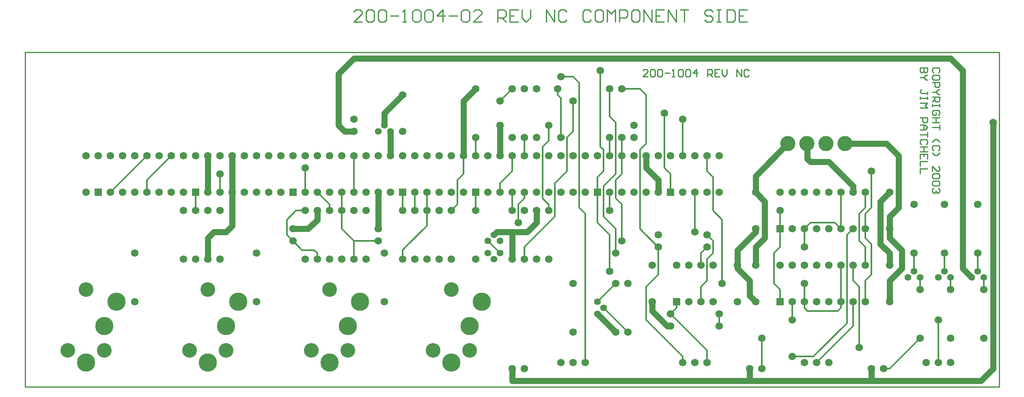
<source format=gtl>
*%FSLAX23Y23*%
*%MOIN*%
G01*
%ADD11C,0.007*%
%ADD12C,0.008*%
%ADD13C,0.010*%
%ADD14C,0.012*%
%ADD15C,0.020*%
%ADD16C,0.032*%
%ADD17C,0.036*%
%ADD18C,0.050*%
%ADD19C,0.052*%
%ADD20C,0.055*%
%ADD21C,0.056*%
%ADD22C,0.060*%
%ADD23C,0.061*%
%ADD24C,0.062*%
%ADD25C,0.066*%
%ADD26C,0.068*%
%ADD27C,0.070*%
%ADD28C,0.080*%
%ADD29C,0.090*%
%ADD30C,0.095*%
%ADD31C,0.115*%
%ADD32C,0.120*%
%ADD33C,0.125*%
%ADD34C,0.126*%
%ADD35C,0.131*%
%ADD36C,0.150*%
%ADD37C,0.156*%
%ADD38R,0.062X0.062*%
%ADD39R,0.068X0.068*%
D13*
X8901Y9464D02*
X8968D01*
X8901D02*
X8968Y9531D01*
Y9547D01*
X8951Y9564D01*
X8918D01*
X8901Y9547D01*
X9001D02*
X9018Y9564D01*
X9051D01*
X9068Y9547D01*
Y9481D01*
X9051Y9464D01*
X9018D01*
X9001Y9481D01*
Y9547D01*
X9101D02*
X9118Y9564D01*
X9151D01*
X9168Y9547D01*
Y9481D01*
X9151Y9464D01*
X9118D01*
X9101Y9481D01*
Y9547D01*
X9201Y9514D02*
X9268D01*
X9301Y9464D02*
X9334D01*
X9318D01*
Y9564D01*
X9319D01*
X9318D02*
X9301Y9547D01*
X9384D02*
X9401Y9564D01*
X9434D01*
X9451Y9547D01*
Y9481D01*
X9434Y9464D01*
X9401D01*
X9384Y9481D01*
Y9547D01*
X9484D02*
X9501Y9564D01*
X9534D01*
X9551Y9547D01*
Y9481D01*
X9534Y9464D01*
X9501D01*
X9484Y9481D01*
Y9547D01*
X9634Y9564D02*
Y9464D01*
X9584Y9514D02*
X9634Y9564D01*
X9651Y9514D02*
X9584D01*
X9684D02*
X9751D01*
X9784Y9547D02*
X9801Y9564D01*
X9834D01*
X9851Y9547D01*
Y9481D01*
X9834Y9464D01*
X9801D01*
X9784Y9481D01*
Y9547D01*
X9884Y9464D02*
X9951D01*
X9884D02*
X9951Y9531D01*
Y9547D01*
X9934Y9564D01*
X9901D01*
X9884Y9547D01*
X10084Y9564D02*
Y9464D01*
Y9564D02*
X10134D01*
X10151Y9547D01*
Y9514D01*
X10134Y9497D01*
X10084D01*
X10117D02*
X10151Y9464D01*
X10184Y9564D02*
X10251D01*
X10184D02*
Y9464D01*
X10251D01*
X10217Y9514D02*
X10184D01*
X10284Y9497D02*
Y9564D01*
Y9497D02*
X10317Y9464D01*
X10351Y9497D01*
Y9564D01*
X10484D02*
Y9464D01*
X10550D02*
X10484Y9564D01*
X10550D02*
Y9464D01*
X10650Y9547D02*
X10634Y9564D01*
X10600D01*
X10584Y9547D01*
Y9481D01*
X10600Y9464D01*
X10634D01*
X10650Y9481D01*
X10834Y9564D02*
X10850Y9547D01*
X10834Y9564D02*
X10800D01*
X10784Y9547D01*
Y9481D01*
X10800Y9464D01*
X10834D01*
X10850Y9481D01*
X10900Y9564D02*
X10934D01*
X10900D02*
X10884Y9547D01*
Y9481D01*
X10900Y9464D01*
X10934D01*
X10950Y9481D01*
Y9547D01*
X10934Y9564D01*
X10984D02*
Y9464D01*
X11017Y9531D02*
X10984Y9564D01*
X11017Y9531D02*
X11050Y9564D01*
Y9464D01*
X11084D02*
Y9564D01*
X11134D01*
X11150Y9547D01*
Y9514D01*
X11134Y9497D01*
X11084D01*
X11200Y9564D02*
X11234D01*
X11200D02*
X11184Y9547D01*
Y9481D01*
X11200Y9464D01*
X11234D01*
X11250Y9481D01*
Y9547D01*
X11234Y9564D01*
X11284D02*
Y9464D01*
X11350D02*
X11284Y9564D01*
X11350D02*
Y9464D01*
X11384Y9564D02*
X11450D01*
X11384D02*
Y9464D01*
X11450D01*
X11417Y9514D02*
X11384D01*
X11483Y9464D02*
Y9564D01*
X11550Y9464D01*
Y9564D01*
X11583D02*
X11650D01*
X11617D01*
Y9464D01*
X11833Y9564D02*
X11850Y9547D01*
X11833Y9564D02*
X11800D01*
X11783Y9547D01*
Y9531D01*
X11800Y9514D01*
X11833D01*
X11850Y9497D01*
Y9481D01*
X11833Y9464D01*
X11800D01*
X11783Y9481D01*
X11883Y9564D02*
X11917D01*
X11900D01*
Y9464D01*
X11883D01*
X11917D01*
X11967D02*
Y9564D01*
Y9464D02*
X12017D01*
X12033Y9481D01*
Y9547D01*
X12017Y9564D01*
X11967D01*
X12067D02*
X12133D01*
X12067D02*
Y9464D01*
X12133D01*
X12100Y9514D02*
X12067D01*
X11316Y9014D02*
X11276D01*
X11316Y9054D01*
Y9064D01*
X11306Y9074D01*
X11286D01*
X11276Y9064D01*
X11336D02*
X11346Y9074D01*
X11366D01*
X11376Y9064D01*
Y9024D01*
X11366Y9014D01*
X11346D01*
X11336Y9024D01*
Y9064D01*
X11396D02*
X11406Y9074D01*
X11426D01*
X11436Y9064D01*
Y9024D01*
X11426Y9014D01*
X11406D01*
X11396Y9024D01*
Y9064D01*
X11456Y9044D02*
X11496D01*
X11516Y9014D02*
X11536D01*
X11526D01*
Y9074D01*
X11527D01*
X11526D02*
X11516Y9064D01*
X11566D02*
X11576Y9074D01*
X11596D01*
X11606Y9064D01*
Y9024D01*
X11596Y9014D01*
X11576D01*
X11566Y9024D01*
Y9064D01*
X11626D02*
X11636Y9074D01*
X11656D01*
X11666Y9064D01*
Y9024D01*
X11656Y9014D01*
X11636D01*
X11626Y9024D01*
Y9064D01*
X11716Y9074D02*
Y9014D01*
X11686Y9044D02*
X11716Y9074D01*
X11726Y9044D02*
X11686D01*
X11806Y9014D02*
Y9074D01*
X11836D01*
X11846Y9064D01*
Y9044D01*
X11836Y9034D01*
X11806D01*
X11826D02*
X11846Y9014D01*
X11866Y9074D02*
X11906D01*
X11866D02*
Y9014D01*
X11906D01*
X11886Y9044D02*
X11866D01*
X11926Y9034D02*
Y9074D01*
Y9034D02*
X11946Y9014D01*
X11966Y9034D01*
Y9074D01*
X12046D02*
Y9014D01*
X12086D02*
X12046Y9074D01*
X12086D02*
Y9014D01*
X12146Y9064D02*
X12136Y9074D01*
X12116D01*
X12106Y9064D01*
Y9024D01*
X12116Y9014D01*
X12136D01*
X12146Y9024D01*
X13701Y9049D02*
X13711Y9059D01*
Y9079D01*
X13701Y9089D01*
X13661D01*
X13651Y9079D01*
Y9059D01*
X13661Y9049D01*
X13711Y9019D02*
Y8999D01*
Y9019D02*
X13701Y9029D01*
X13661D01*
X13651Y9019D01*
Y8999D01*
X13661Y8989D01*
X13701D01*
X13711Y8999D01*
Y8969D02*
X13651D01*
X13711D02*
Y8939D01*
X13701Y8929D01*
X13681D01*
X13671Y8939D01*
Y8969D01*
X13701Y8909D02*
X13711D01*
X13701D02*
X13681Y8889D01*
X13701Y8869D01*
X13711D01*
X13681Y8889D02*
X13651D01*
Y8849D02*
X13711D01*
Y8819D01*
X13701Y8809D01*
X13681D01*
X13671Y8819D01*
Y8849D01*
Y8829D02*
X13651Y8809D01*
X13711Y8789D02*
Y8769D01*
Y8779D01*
X13651D01*
Y8789D01*
Y8769D01*
X13711Y8709D02*
X13701Y8699D01*
X13711Y8709D02*
Y8729D01*
X13701Y8739D01*
X13661D01*
X13651Y8729D01*
Y8709D01*
X13661Y8699D01*
X13681D01*
Y8719D01*
X13711Y8679D02*
X13651D01*
X13681D01*
Y8639D01*
X13711D01*
X13651D01*
X13711Y8619D02*
Y8579D01*
Y8599D01*
X13651D01*
X13671Y8499D02*
X13651Y8479D01*
X13671Y8499D02*
X13691D01*
X13711Y8479D01*
Y8419D02*
X13701Y8409D01*
X13711Y8419D02*
Y8439D01*
X13701Y8449D01*
X13661D01*
X13651Y8439D01*
Y8419D01*
X13661Y8409D01*
X13651Y8389D02*
X13671Y8369D01*
X13691D01*
X13711Y8389D01*
X13651Y8279D02*
Y8239D01*
Y8279D02*
X13691Y8239D01*
X13701D01*
X13711Y8249D01*
Y8269D01*
X13701Y8279D01*
Y8219D02*
X13711Y8209D01*
Y8189D01*
X13701Y8179D01*
X13661D01*
X13651Y8189D01*
Y8209D01*
X13661Y8219D01*
X13701D01*
Y8159D02*
X13711Y8149D01*
Y8129D01*
X13701Y8119D01*
X13661D01*
X13651Y8129D01*
Y8149D01*
X13661Y8159D01*
X13701D01*
Y8099D02*
X13711Y8089D01*
Y8069D01*
X13701Y8059D01*
X13691D01*
X13692D01*
X13691D02*
X13692D01*
X13691D02*
X13692D01*
X13691D02*
X13681Y8069D01*
Y8079D01*
Y8069D01*
X13671Y8059D01*
X13661D01*
X13651Y8069D01*
Y8089D01*
X13661Y8099D01*
X13611Y9089D02*
X13551D01*
Y9059D01*
X13561Y9049D01*
X13571D01*
X13581Y9059D01*
Y9089D01*
X13582D01*
X13581D02*
X13582D01*
X13581D02*
X13582D01*
X13581D02*
Y9059D01*
X13591Y9049D01*
X13601D01*
X13611Y9059D01*
Y9089D01*
Y9029D02*
X13601D01*
X13581Y9009D01*
X13601Y8989D01*
X13611D01*
X13581Y9009D02*
X13551D01*
X13611Y8889D02*
Y8869D01*
Y8879D02*
Y8889D01*
Y8879D02*
X13561D01*
X13551Y8889D01*
Y8899D01*
X13561Y8909D01*
X13611Y8849D02*
Y8829D01*
Y8839D01*
X13551D01*
Y8849D01*
Y8829D01*
Y8799D02*
X13611D01*
X13591Y8779D01*
X13611Y8759D01*
X13551D01*
Y8679D02*
X13611D01*
Y8649D01*
X13601Y8639D01*
X13581D01*
X13571Y8649D01*
Y8679D01*
X13551Y8619D02*
X13591D01*
X13611Y8599D01*
X13591Y8579D01*
X13551D01*
X13581D01*
Y8619D01*
X13611Y8559D02*
Y8519D01*
Y8539D01*
X13551D01*
X13611Y8469D02*
X13601Y8459D01*
X13611Y8469D02*
Y8489D01*
X13601Y8499D01*
X13561D01*
X13551Y8489D01*
Y8469D01*
X13561Y8459D01*
X13551Y8439D02*
X13611D01*
X13581D02*
X13551D01*
X13581D02*
Y8399D01*
X13611D01*
X13551D01*
X13611Y8379D02*
Y8339D01*
Y8379D02*
X13551D01*
Y8339D01*
X13581Y8359D02*
Y8379D01*
X13611Y8319D02*
X13551D01*
Y8279D01*
Y8259D02*
X13611D01*
X13551D02*
Y8219D01*
X14201Y9214D02*
X6201D01*
Y6464D02*
X14201D01*
Y9214D01*
X6201D02*
Y6464D01*
D14*
X7201Y8164D02*
X7401Y8364D01*
X13301Y6614D02*
X13551Y6864D01*
X11051Y7314D02*
X10901Y7164D01*
X10301Y7614D02*
X10551Y7864D01*
X9501Y7789D02*
X9326Y7614D01*
X7201Y8364D02*
X7001Y8164D01*
X12701Y6664D02*
X13001Y6964D01*
X12951Y6989D02*
X12676Y6714D01*
X11151Y6914D02*
X10951Y7114D01*
X11501Y7064D02*
X11801Y6764D01*
X11601Y6714D02*
X11301Y7014D01*
X11401Y7614D02*
X11276Y7739D01*
X13251Y6614D02*
X13301D01*
X12676Y6714D02*
X12501D01*
X12626Y7089D02*
X12876D01*
X8551Y7589D02*
X8476D01*
X8551D02*
X8576D01*
X8901Y7664D02*
X9101D01*
X8501Y7914D02*
X8426D01*
X12651Y7814D02*
X12851D01*
X7001Y8164D02*
X6901Y8064D01*
X7201D02*
Y8164D01*
X11101Y8914D02*
X11251D01*
X7601Y8064D02*
Y7914D01*
X10601Y9014D02*
X10701D01*
X7801Y8214D02*
Y8064D01*
X8351Y7839D02*
Y7714D01*
X8501Y8064D02*
Y8264D01*
X8426Y7914D02*
X8351Y7839D01*
Y7714D02*
X8401Y7664D01*
X8476Y7589D01*
X8701Y7914D02*
Y7964D01*
X8601Y7564D02*
Y7514D01*
X8701Y7964D02*
X8601Y8064D01*
X8576Y7589D02*
X8601Y7564D01*
X8801Y7914D02*
Y8064D01*
Y7914D02*
Y7764D01*
X8901Y7664D01*
Y8064D02*
Y8364D01*
Y7664D02*
Y7514D01*
X9401Y7914D02*
Y8064D01*
X9301D02*
Y7914D01*
Y7589D02*
Y7514D01*
Y7589D02*
X9326Y7614D01*
X9501Y7914D02*
Y8064D01*
Y7914D02*
Y7789D01*
X9751Y7964D02*
Y8164D01*
X9801Y8214D02*
Y8364D01*
X9751Y7964D02*
X9701Y7914D01*
X9751Y8164D02*
X9801Y8214D01*
X9901Y8364D02*
Y8514D01*
Y8064D02*
Y7914D01*
X10001Y7664D02*
X10101Y7564D01*
X10201Y7914D02*
Y8064D01*
X10101D02*
Y8139D01*
X10201Y8239D02*
Y8364D01*
X10251Y7964D02*
Y7814D01*
X10101Y8814D02*
X10201Y8914D01*
Y8239D02*
X10101Y8139D01*
X10251Y7964D02*
X10301Y8014D01*
Y8364D02*
Y8514D01*
Y7614D02*
Y7514D01*
Y8014D02*
Y8064D01*
X10451Y8014D02*
Y8439D01*
X10501Y8489D01*
X10451Y8014D02*
X10476Y7989D01*
X10576Y8864D02*
Y8914D01*
X10601Y8839D02*
Y8514D01*
X10651D02*
Y8239D01*
X10551Y8139D02*
Y7864D01*
X10501Y8489D02*
Y8614D01*
Y7964D02*
Y7914D01*
X10651Y8514D02*
X10701Y8564D01*
X10651Y8239D02*
X10551Y8139D01*
X10601Y8839D02*
X10576Y8864D01*
X10476Y7989D02*
X10501Y7964D01*
X10701Y8564D02*
Y8814D01*
X10751Y8964D02*
Y7939D01*
X10801Y7889D02*
Y6664D01*
Y7889D02*
X10751Y7939D01*
Y8964D02*
X10701Y9014D01*
X11001Y8064D02*
Y7914D01*
Y8364D02*
Y8514D01*
X10926Y8439D02*
Y9064D01*
X10951Y8414D02*
Y8239D01*
X10901Y8064D02*
Y7814D01*
Y8064D02*
Y8189D01*
X10951Y8114D02*
Y7864D01*
X11001Y8689D02*
Y8914D01*
Y7714D02*
Y7414D01*
X10901Y8189D02*
X10951Y8239D01*
X11051Y8214D02*
X10951Y8114D01*
X10901Y7814D02*
X11001Y7714D01*
X10951Y8414D02*
X10926Y8439D01*
X11051Y8639D02*
X11001Y8689D01*
X10951Y7864D02*
X11051Y7764D01*
X11101Y7664D02*
Y7964D01*
X11051Y8014D02*
Y8164D01*
X11101Y8364D02*
Y8514D01*
Y8364D02*
Y8214D01*
X11051D02*
Y8639D01*
Y7764D02*
Y7564D01*
Y8164D02*
X11101Y8214D01*
X11051Y8014D02*
X11101Y7964D01*
X11301Y7289D02*
Y7014D01*
X11251Y7764D02*
Y8414D01*
X11301Y8464D02*
Y8864D01*
X11401Y7614D02*
Y7389D01*
X11301Y7289D01*
X11251Y8414D02*
X11301Y8464D01*
X11251Y7764D02*
X11276Y7739D01*
X11301Y8864D02*
X11251Y8914D01*
X11551Y7164D02*
Y7114D01*
X11601Y8364D02*
Y8664D01*
X11501Y8214D02*
Y8064D01*
X11451Y8264D02*
Y8714D01*
X11601Y6714D02*
Y6664D01*
X11501Y7064D02*
X11551Y7114D01*
X11501Y8214D02*
X11451Y8264D01*
X11801Y6764D02*
Y6664D01*
Y7339D02*
Y7489D01*
Y7514D01*
X11751Y7289D02*
Y7164D01*
Y7464D02*
Y7564D01*
X11801Y8239D02*
Y8364D01*
X11701Y8064D02*
Y7739D01*
X11801Y7339D02*
X11751Y7289D01*
X11801Y7514D02*
X11851Y7564D01*
X11801Y7614D02*
X11751Y7564D01*
X11851Y7664D02*
X11801Y7714D01*
X11851Y8189D02*
X11801Y8239D01*
X11901Y7064D02*
Y6964D01*
X11851Y7564D02*
Y7664D01*
Y7914D02*
Y8189D01*
X11926Y7839D02*
Y7314D01*
Y7839D02*
X11851Y7914D01*
X12351Y7564D02*
Y7314D01*
X12401Y7264D02*
Y7164D01*
Y7614D02*
Y7764D01*
X12251Y6864D02*
Y6614D01*
X12401Y7764D02*
Y7914D01*
Y7614D02*
X12351Y7564D01*
Y7314D02*
X12401Y7264D01*
X12501Y7164D02*
Y7014D01*
X12601Y7114D02*
Y7164D01*
Y7314D01*
Y7614D02*
Y7764D01*
X12651Y7814D01*
X12601Y7114D02*
X12626Y7089D01*
X12901Y7114D02*
Y7164D01*
X13001Y7339D02*
Y7464D01*
Y7164D02*
Y6964D01*
X12951Y6989D02*
Y7714D01*
X12901Y7464D02*
Y7164D01*
Y7764D02*
Y8064D01*
Y7114D02*
X12876Y7089D01*
X12951Y7714D02*
X13001Y7764D01*
Y7339D02*
X13051Y7289D01*
X12901Y7764D02*
X12851Y7814D01*
X13051Y7889D02*
Y7664D01*
X13101Y7614D02*
Y7464D01*
Y7939D02*
Y8064D01*
X13151Y7639D02*
Y7389D01*
X13101Y7339D02*
Y7164D01*
X13151Y7939D02*
Y8239D01*
X13101Y7764D02*
Y7689D01*
Y7764D02*
Y7889D01*
X13051Y7289D02*
Y6789D01*
Y7889D02*
X13101Y7939D01*
X13151Y7389D02*
X13101Y7339D01*
Y7889D02*
X13151Y7939D01*
X13051Y7664D02*
X13101Y7614D01*
X13151Y7639D02*
X13101Y7689D01*
X13551Y7364D02*
Y7264D01*
X13501Y7414D02*
Y7564D01*
X13751D02*
Y7414D01*
X13701Y7014D02*
Y6664D01*
X13801Y7264D02*
Y7364D01*
X14026Y7414D02*
Y7564D01*
X14076Y7364D02*
Y7264D01*
D18*
X13376Y7939D02*
X13301Y7864D01*
X12467Y8464D02*
X12201Y8198D01*
X12276Y7689D02*
X12201Y7614D01*
Y7739D02*
X12051Y7589D01*
X13226Y7989D02*
X13301Y8064D01*
X13401Y7439D02*
X13301Y7339D01*
X14051Y6514D02*
X14151Y6614D01*
X8601Y7839D02*
X8526Y7764D01*
X9801Y8814D02*
X9901Y8914D01*
X9301Y8864D02*
X9151Y8714D01*
X10076Y7739D02*
X10051Y7714D01*
X10326Y7739D02*
X10401Y7814D01*
X7751Y7739D02*
X7701Y7689D01*
X7851Y7739D02*
X7901Y7789D01*
X8826Y9089D02*
X8901Y9164D01*
X8826Y9089D02*
X8776Y9039D01*
X11301Y8264D02*
X11401Y8164D01*
X13276Y8464D02*
X13376Y8364D01*
X12276Y7989D02*
X12201Y8064D01*
X12151Y7214D02*
X12201Y7164D01*
X12151Y7339D02*
X12076Y7414D01*
X12051Y7439D01*
X12801Y8314D02*
X13001Y8114D01*
X12651Y8314D02*
X12626Y8339D01*
X13226Y7639D02*
X13301Y7564D01*
X13401Y7589D02*
X13301Y7689D01*
X11051Y6914D02*
X10901Y7064D01*
X11351Y7089D02*
X11476Y6964D01*
X13901Y7439D02*
X13976Y7364D01*
X13901Y9064D02*
X13801Y9164D01*
X8826Y8564D02*
X8776Y8614D01*
X10201Y6514D02*
X12151D01*
X13151D01*
X14051D01*
X11501Y6964D02*
X11476D01*
X8526Y7764D02*
X8401D01*
X10076Y7739D02*
X10201D01*
X10326D01*
X7851D02*
X7751D01*
X12651Y8314D02*
X12801D01*
X12935Y8464D02*
X13276D01*
X12626D02*
X12623D01*
X8901Y8564D02*
X8826D01*
X7701Y7689D02*
Y7514D01*
Y8064D02*
Y8364D01*
X8901Y9164D02*
X13801D01*
X7901Y8364D02*
Y8064D01*
Y7789D01*
X8601Y7839D02*
Y7914D01*
X8776Y8614D02*
Y9039D01*
X9201Y8564D02*
Y8364D01*
X9151Y8614D02*
Y8714D01*
X9101Y8064D02*
Y7764D01*
X9801Y8364D02*
Y8814D01*
X10101Y8614D02*
Y8364D01*
X10201Y6614D02*
Y6514D01*
Y7514D02*
Y7739D01*
X10401Y7814D02*
Y7914D01*
X11301Y8264D02*
Y8364D01*
X11401Y8164D02*
Y8064D01*
X11351Y7164D02*
Y7089D01*
X12201Y8064D02*
Y8198D01*
Y7614D02*
Y7464D01*
X12151Y7339D02*
Y7214D01*
X12051Y7439D02*
Y7464D01*
Y7589D01*
X12201Y7739D02*
Y7764D01*
X12151Y6614D02*
Y6514D01*
X12276Y7689D02*
Y7989D01*
X12626Y8339D02*
Y8464D01*
X13001Y8114D02*
Y8064D01*
X13151Y6614D02*
Y6514D01*
X13376Y7939D02*
Y8364D01*
X13301Y7864D02*
Y7764D01*
X13226Y7639D02*
Y7989D01*
X13301Y7564D02*
Y7464D01*
Y7689D02*
Y7764D01*
Y7339D02*
Y7164D01*
X13401Y7439D02*
Y7589D01*
X13901Y7439D02*
Y9064D01*
X14151Y8639D02*
Y6614D01*
D20*
X13801Y7364D02*
D03*
X13701D02*
D03*
X13751Y7414D02*
D03*
X14076Y7364D02*
D03*
X13976D02*
D03*
X14026Y7414D02*
D03*
X13551Y7364D02*
D03*
X13451D02*
D03*
X13501Y7414D02*
D03*
X10901Y7164D02*
D03*
X10951Y7114D02*
D03*
X10901Y7064D02*
D03*
X10001Y7564D02*
D03*
X10101D02*
D03*
X10051Y7514D02*
D03*
X10101Y7664D02*
D03*
X10001D02*
D03*
X10051Y7714D02*
D03*
X9101Y8564D02*
D03*
X9151Y8614D02*
D03*
X9201Y8564D02*
D03*
D24*
X14151Y8639D02*
D03*
X13701Y7014D02*
D03*
X13151Y8239D02*
D03*
X13051Y6789D02*
D03*
X12601Y7614D02*
D03*
Y7314D02*
D03*
X12501Y6714D02*
D03*
Y7014D02*
D03*
X12401Y7914D02*
D03*
X12251Y6864D02*
D03*
X11926Y7314D02*
D03*
X11701Y7739D02*
D03*
X11451Y8714D02*
D03*
X11601Y8664D02*
D03*
X11051Y7564D02*
D03*
X11101Y7664D02*
D03*
X10926Y9064D02*
D03*
X10501Y8614D02*
D03*
X10576Y8914D02*
D03*
X10251Y7814D02*
D03*
X8501Y8264D02*
D03*
X7801Y8214D02*
D03*
X13751Y7564D02*
D03*
Y7964D02*
D03*
X14026Y7564D02*
D03*
Y7964D02*
D03*
X13801Y6664D02*
D03*
X13601D02*
D03*
X13701D02*
D03*
X13801Y7264D02*
D03*
Y6864D02*
D03*
X14076Y7264D02*
D03*
Y6864D02*
D03*
X12201Y8064D02*
D03*
Y7764D02*
D03*
X12501D02*
D03*
X12801D02*
D03*
X12901D02*
D03*
X13001D02*
D03*
X13101D02*
D03*
Y8064D02*
D03*
X13001D02*
D03*
X12901D02*
D03*
X12801D02*
D03*
X12701D02*
D03*
X12601D02*
D03*
X12501D02*
D03*
X12401D02*
D03*
X12601Y7764D02*
D03*
X12701D02*
D03*
X13301D02*
D03*
Y8064D02*
D03*
X12201Y7464D02*
D03*
Y7164D02*
D03*
X12501D02*
D03*
X12801D02*
D03*
X12901D02*
D03*
X13001D02*
D03*
X13101D02*
D03*
Y7464D02*
D03*
X13001D02*
D03*
X12901D02*
D03*
X12801D02*
D03*
X12701D02*
D03*
X12601D02*
D03*
X12501D02*
D03*
X12401D02*
D03*
X12601Y7164D02*
D03*
X12701D02*
D03*
X13301D02*
D03*
Y7464D02*
D03*
X13501Y7564D02*
D03*
Y7964D02*
D03*
X12051Y7164D02*
D03*
Y7464D02*
D03*
X12151Y6614D02*
D03*
X12251D02*
D03*
X13151D02*
D03*
X13251D02*
D03*
X12801Y6664D02*
D03*
X12601D02*
D03*
X12701D02*
D03*
X13551Y7264D02*
D03*
Y6864D02*
D03*
X11001Y8514D02*
D03*
Y8914D02*
D03*
X11101Y8514D02*
D03*
Y8914D02*
D03*
X10701Y8814D02*
D03*
X10601Y8514D02*
D03*
Y9014D02*
D03*
X10701Y8064D02*
D03*
Y8364D02*
D03*
X10801D02*
D03*
Y8064D02*
D03*
X11101D02*
D03*
X11201D02*
D03*
Y8364D02*
D03*
X11101D02*
D03*
X11001D02*
D03*
X10901D02*
D03*
X11001Y8064D02*
D03*
X11301D02*
D03*
Y8364D02*
D03*
X11401D02*
D03*
Y8064D02*
D03*
X11701D02*
D03*
X11801D02*
D03*
Y8364D02*
D03*
X11701D02*
D03*
X11601D02*
D03*
X11501D02*
D03*
X11601Y8064D02*
D03*
X11901D02*
D03*
Y8364D02*
D03*
X11751Y7164D02*
D03*
X11851D02*
D03*
Y7464D02*
D03*
X11751D02*
D03*
X11651D02*
D03*
X11551D02*
D03*
X11651Y7164D02*
D03*
X11351Y7464D02*
D03*
Y7164D02*
D03*
X11501Y7064D02*
D03*
X11901D02*
D03*
X11401Y7614D02*
D03*
X11801D02*
D03*
X11401Y7714D02*
D03*
X11801D02*
D03*
X11001Y7914D02*
D03*
Y7414D02*
D03*
X11051Y6914D02*
D03*
Y7314D02*
D03*
X10701Y6914D02*
D03*
Y7314D02*
D03*
X10501Y7514D02*
D03*
Y7914D02*
D03*
X11201Y8614D02*
D03*
Y8514D02*
D03*
X10801Y6664D02*
D03*
X10601D02*
D03*
X10701D02*
D03*
X11801D02*
D03*
X11601D02*
D03*
X11701D02*
D03*
X11901Y6964D02*
D03*
X11501D02*
D03*
X11151Y7314D02*
D03*
Y6914D02*
D03*
X10401Y8514D02*
D03*
Y8914D02*
D03*
X10101Y8814D02*
D03*
Y8614D02*
D03*
X9101Y7764D02*
D03*
Y7664D02*
D03*
X10201Y8064D02*
D03*
X10101D02*
D03*
X9901Y8364D02*
D03*
X10001D02*
D03*
X10101D02*
D03*
X10201D02*
D03*
X10301D02*
D03*
X10401D02*
D03*
X10501D02*
D03*
X10601D02*
D03*
Y8064D02*
D03*
X10501D02*
D03*
X10401D02*
D03*
X10301D02*
D03*
X10001D02*
D03*
X9801Y8364D02*
D03*
Y8064D02*
D03*
X9501D02*
D03*
X9601D02*
D03*
Y8364D02*
D03*
X9501D02*
D03*
X9401D02*
D03*
X9301D02*
D03*
X9401Y8064D02*
D03*
X8901Y8564D02*
D03*
Y8664D02*
D03*
Y7914D02*
D03*
Y7514D02*
D03*
X9001Y7914D02*
D03*
Y7514D02*
D03*
X10301Y8914D02*
D03*
Y8514D02*
D03*
X10201D02*
D03*
Y8914D02*
D03*
Y7914D02*
D03*
Y7514D02*
D03*
X10301Y7914D02*
D03*
Y7514D02*
D03*
X9901Y8514D02*
D03*
Y8914D02*
D03*
Y7514D02*
D03*
Y7914D02*
D03*
X9501D02*
D03*
Y7514D02*
D03*
X9401Y7914D02*
D03*
Y7514D02*
D03*
X9601D02*
D03*
Y7914D02*
D03*
X9151Y7564D02*
D03*
Y7164D02*
D03*
X9701Y7914D02*
D03*
Y7514D02*
D03*
X10401Y7914D02*
D03*
Y7514D02*
D03*
X9101Y8364D02*
D03*
Y8064D02*
D03*
X9301Y8564D02*
D03*
Y8864D02*
D03*
X9201Y8364D02*
D03*
Y8064D02*
D03*
X9701D02*
D03*
Y8364D02*
D03*
X9301Y7914D02*
D03*
Y7514D02*
D03*
X10201Y6614D02*
D03*
X10301D02*
D03*
X7501Y8364D02*
D03*
Y8064D02*
D03*
X7801D02*
D03*
X7901D02*
D03*
X8001D02*
D03*
X8101D02*
D03*
X8201D02*
D03*
Y8364D02*
D03*
X8101D02*
D03*
X8001D02*
D03*
X7901D02*
D03*
X7801D02*
D03*
X7701D02*
D03*
X7601D02*
D03*
X7701Y8064D02*
D03*
X8301Y8364D02*
D03*
Y8064D02*
D03*
X8501D02*
D03*
X8401Y8364D02*
D03*
X8501D02*
D03*
X8601D02*
D03*
X8701D02*
D03*
X8801D02*
D03*
X8901D02*
D03*
X9001D02*
D03*
Y8064D02*
D03*
X8901D02*
D03*
X8801D02*
D03*
X8701D02*
D03*
X8601D02*
D03*
X8501Y7914D02*
D03*
Y7514D02*
D03*
X8801Y7914D02*
D03*
Y7514D02*
D03*
X8601Y7914D02*
D03*
Y7514D02*
D03*
X8701Y7914D02*
D03*
Y7514D02*
D03*
X8401Y7764D02*
D03*
Y7664D02*
D03*
X7601Y7914D02*
D03*
Y7514D02*
D03*
X7501Y7914D02*
D03*
Y7514D02*
D03*
X8101Y7164D02*
D03*
Y7564D02*
D03*
X7701Y7914D02*
D03*
Y7514D02*
D03*
X7801D02*
D03*
Y7914D02*
D03*
X6901Y8064D02*
D03*
X6801Y8364D02*
D03*
X6901D02*
D03*
X7001D02*
D03*
X7101D02*
D03*
X7201D02*
D03*
X7301D02*
D03*
X7401D02*
D03*
Y8064D02*
D03*
X7301D02*
D03*
X7201D02*
D03*
X7101D02*
D03*
X7001D02*
D03*
X6701Y8364D02*
D03*
Y8064D02*
D03*
X7101Y7564D02*
D03*
Y7164D02*
D03*
D32*
X9551Y6764D02*
D03*
X9851D02*
D03*
X9701Y7264D02*
D03*
X7551Y6764D02*
D03*
X7851D02*
D03*
X7701Y7264D02*
D03*
X8701D02*
D03*
X8851Y6764D02*
D03*
X8551D02*
D03*
X6701Y7264D02*
D03*
X6851Y6764D02*
D03*
X6551D02*
D03*
D33*
X12779Y8464D02*
D03*
X12467D02*
D03*
X12935D02*
D03*
X12623D02*
D03*
D36*
X9951Y7164D02*
D03*
X9851Y6964D02*
D03*
X9701Y6664D02*
D03*
X7951Y7164D02*
D03*
X7851Y6964D02*
D03*
X7701Y6664D02*
D03*
X8701D02*
D03*
X8851Y6964D02*
D03*
X8951Y7164D02*
D03*
X6701Y6664D02*
D03*
X6851Y6964D02*
D03*
X6951Y7164D02*
D03*
D38*
X12401Y7764D02*
D03*
Y7164D02*
D03*
X10901Y8064D02*
D03*
X11501D02*
D03*
X11551Y7164D02*
D03*
X9901Y8064D02*
D03*
X9301D02*
D03*
X7601D02*
D03*
X8401D02*
D03*
X6801D02*
D03*
M02*

</source>
